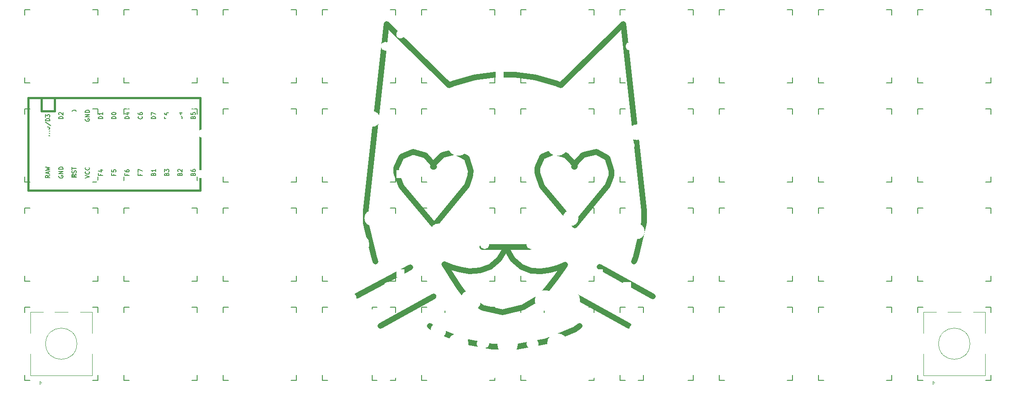
<source format=gto>
G04 #@! TF.GenerationSoftware,KiCad,Pcbnew,(6.0.4-0)*
G04 #@! TF.CreationDate,2022-05-09T20:33:25-05:00*
G04 #@! TF.ProjectId,banime40,62616e69-6d65-4343-902e-6b696361645f,rev?*
G04 #@! TF.SameCoordinates,Original*
G04 #@! TF.FileFunction,Legend,Top*
G04 #@! TF.FilePolarity,Positive*
%FSLAX46Y46*%
G04 Gerber Fmt 4.6, Leading zero omitted, Abs format (unit mm)*
G04 Created by KiCad (PCBNEW (6.0.4-0)) date 2022-05-09 20:33:25*
%MOMM*%
%LPD*%
G01*
G04 APERTURE LIST*
%ADD10C,1.102500*%
%ADD11C,0.150000*%
%ADD12C,0.120000*%
%ADD13C,0.381000*%
%ADD14R,1.600000X1.600000*%
%ADD15C,1.600000*%
%ADD16R,1.752600X1.752600*%
%ADD17C,1.752600*%
%ADD18C,2.000000*%
%ADD19R,2.000000X2.000000*%
%ADD20O,2.000000X3.200000*%
%ADD21C,3.987800*%
%ADD22C,1.701800*%
%ADD23C,3.000000*%
%ADD24C,3.048000*%
%ADD25C,2.200000*%
G04 APERTURE END LIST*
D10*
X132738365Y-100999435D02*
X130750295Y-101101915D01*
X157968710Y-82605010D02*
X157957265Y-82793065D01*
X130169225Y-84741235D02*
X123902930Y-92317720D01*
X110812055Y-89475160D02*
X110812055Y-91919035D01*
X113654615Y-111640660D02*
X123880250Y-105955435D01*
X124125006Y-112290086D02*
X123122466Y-111663446D01*
X125902445Y-99797290D02*
X126380930Y-100555075D01*
X136953905Y-63333310D02*
X135643715Y-63333310D01*
X126380930Y-100555075D02*
X127486055Y-102309625D01*
X133256750Y-108137230D02*
X137096390Y-108968935D01*
X149292665Y-78868060D02*
X150739670Y-80434660D01*
X139921835Y-115616905D02*
X138093155Y-115616905D01*
X152568245Y-78811045D02*
X155069135Y-78184405D01*
X150916280Y-112290086D02*
X145407665Y-114580135D01*
X128756450Y-104229340D02*
X129502685Y-105289000D01*
X157957265Y-82793065D02*
X157319180Y-84581635D01*
X143715696Y-81995485D02*
X143732810Y-81277705D01*
X127355120Y-100389910D02*
X126295460Y-99973900D01*
X149099045Y-99848635D02*
X149099045Y-99848635D01*
X119852556Y-78167395D02*
X122256635Y-78868060D01*
X129719195Y-105522520D02*
X130459760Y-106308655D01*
X149099045Y-99848635D02*
X149099045Y-99848635D01*
X138093155Y-63333310D02*
X136953905Y-63333310D01*
X125902445Y-99797290D02*
X125902445Y-99797290D01*
X151918820Y-111663446D02*
X150916280Y-112290086D01*
X146894465Y-78167395D02*
X149292665Y-78868060D01*
X130750295Y-101101915D02*
X128893265Y-100828495D01*
X161392340Y-111640660D02*
X151161245Y-105955435D01*
X148256000Y-65378500D02*
X147475430Y-65048065D01*
X162337970Y-99256120D02*
X162645620Y-98498545D01*
X147726170Y-100435375D02*
X146250710Y-100868290D01*
X142576445Y-101010775D02*
X140702195Y-100327120D01*
X144479150Y-101124700D02*
X142576445Y-101010775D01*
X145407665Y-114580135D02*
X139921835Y-115616905D01*
X135643715Y-63333310D02*
X131695820Y-63857470D01*
X136401290Y-98863106D02*
X134680865Y-100315780D01*
X148552100Y-100617655D02*
X149099045Y-99848635D01*
X109040495Y-105835840D02*
X119402526Y-100389910D01*
X116691005Y-81277705D02*
X117670760Y-79141480D01*
X144615860Y-84724120D02*
X143715696Y-82263235D01*
X150756680Y-81049855D02*
X151001750Y-80406205D01*
X128893265Y-100828495D02*
X127355120Y-100389910D01*
X137956445Y-97074536D02*
X137722820Y-96436451D01*
X136953905Y-115616905D02*
X135125225Y-115616905D01*
X164235005Y-91730980D02*
X164235005Y-89475160D01*
X158019950Y-81813205D02*
X157968710Y-82605010D01*
X157319180Y-84581635D02*
X157211030Y-84741235D01*
X116673890Y-82263235D02*
X116673890Y-81995485D01*
X143715696Y-82263235D02*
X143715696Y-81995485D01*
X130978040Y-81813205D02*
X130926905Y-82605010D01*
X147270365Y-102395095D02*
X148552100Y-100617655D01*
X149099045Y-99848635D02*
X149099045Y-99848635D01*
X162645620Y-98498545D02*
X164235005Y-91730980D01*
X130277480Y-84581635D02*
X130169225Y-84741235D01*
X137495075Y-97074536D02*
X136401290Y-98863106D01*
X138093155Y-115616905D02*
X136953905Y-115616905D01*
X165938210Y-105955435D02*
X155707115Y-100270315D01*
X144672875Y-105647890D02*
X144929075Y-105408595D01*
X143356805Y-63857470D02*
X139409120Y-63333310D01*
X145795010Y-104343265D02*
X147270365Y-102395095D01*
X117573950Y-84724120D02*
X116673890Y-82263235D01*
X130926905Y-82605010D02*
X130915460Y-82793065D01*
X129502685Y-105289000D02*
X129719195Y-105522520D01*
X122256635Y-78868060D02*
X123703640Y-80434660D01*
X137722820Y-96436451D02*
X137495075Y-97074536D01*
X144712670Y-79141480D02*
X146894465Y-78167395D01*
X116673890Y-81995485D02*
X116691005Y-81277705D01*
X150938960Y-92317720D02*
X144786695Y-84929185D01*
X117670760Y-79141480D02*
X119852556Y-78167395D01*
X150739670Y-80434660D02*
X150938960Y-81049855D01*
X129639500Y-114580135D02*
X124125006Y-112290086D01*
X128027225Y-78184405D02*
X130175000Y-79375000D01*
X157216700Y-79375000D02*
X158019950Y-81813205D01*
X127571525Y-65048065D02*
X126791060Y-65378500D01*
X143732810Y-81277705D02*
X144712670Y-79141480D01*
X146250710Y-100868290D02*
X144479150Y-101124700D01*
X144929075Y-105408595D02*
X145795010Y-104343265D01*
X131695820Y-63857470D02*
X127571525Y-65048065D01*
X125902445Y-99797290D02*
X125902445Y-99797290D01*
X123703640Y-80434660D02*
X123902930Y-81049855D01*
X126295460Y-99973900D02*
X125902445Y-99797290D01*
X149099045Y-99848635D02*
X148728710Y-100025245D01*
X112401545Y-98498545D02*
X112703421Y-99256120D01*
X160253090Y-53671840D02*
X148256000Y-65378500D01*
X148728710Y-100025245D02*
X147726170Y-100435375D01*
X137096390Y-108968935D02*
X140987060Y-108103105D01*
X125526545Y-78811045D02*
X128027225Y-78184405D01*
X123902930Y-92317720D02*
X117744891Y-84929185D01*
X164235005Y-89475160D02*
X160253090Y-53671840D01*
X147475430Y-65048065D02*
X143356805Y-63857470D01*
X135125225Y-115616905D02*
X129639500Y-114580135D01*
X140987060Y-108103105D02*
X143869625Y-106388455D01*
X142274465Y-96436451D02*
X133171280Y-96436451D01*
X110812055Y-91919035D02*
X112401545Y-98498545D01*
X123959840Y-80406205D02*
X125526545Y-78811045D01*
X126791060Y-65378500D02*
X114788406Y-53671840D01*
X114788406Y-53671840D02*
X110812055Y-89475160D01*
X139033115Y-98868776D02*
X137956445Y-97074536D01*
X127486055Y-102309625D02*
X128756450Y-104229340D01*
X139409120Y-63333310D02*
X138093155Y-63333310D01*
X134680865Y-100315780D02*
X132738365Y-100999435D01*
X155069135Y-78184405D02*
X157216700Y-79375000D01*
X130459760Y-106308655D02*
X133256750Y-108137230D01*
X143869625Y-106388455D02*
X144672875Y-105647890D01*
X130915460Y-82793065D02*
X130277480Y-84581635D01*
X151001750Y-80406205D02*
X152568245Y-78811045D01*
X140702195Y-100327120D02*
X139033115Y-98868776D01*
X157211030Y-84741235D02*
X150938960Y-92317720D01*
X123714980Y-81049855D02*
X123959840Y-80406205D01*
X117744891Y-84929185D02*
X117573950Y-84724120D01*
X130175000Y-79375000D02*
X130978040Y-81813205D01*
X144786695Y-84929185D02*
X144615860Y-84724120D01*
D11*
G04 #@! TO.C,U1*
X57050000Y-71898523D02*
X57011904Y-71974714D01*
X57011904Y-72089000D01*
X57050000Y-72203285D01*
X57126190Y-72279476D01*
X57202380Y-72317571D01*
X57354761Y-72355666D01*
X57469047Y-72355666D01*
X57621428Y-72317571D01*
X57697619Y-72279476D01*
X57773809Y-72203285D01*
X57811904Y-72089000D01*
X57811904Y-72012809D01*
X57773809Y-71898523D01*
X57735714Y-71860428D01*
X57469047Y-71860428D01*
X57469047Y-72012809D01*
X57811904Y-71517571D02*
X57011904Y-71517571D01*
X57811904Y-71060428D01*
X57011904Y-71060428D01*
X57811904Y-70679476D02*
X57011904Y-70679476D01*
X57011904Y-70489000D01*
X57050000Y-70374714D01*
X57126190Y-70298523D01*
X57202380Y-70260428D01*
X57354761Y-70222333D01*
X57469047Y-70222333D01*
X57621428Y-70260428D01*
X57697619Y-70298523D01*
X57773809Y-70374714D01*
X57811904Y-70489000D01*
X57811904Y-70679476D01*
X52731904Y-71879476D02*
X51931904Y-71879476D01*
X51931904Y-71689000D01*
X51970000Y-71574714D01*
X52046190Y-71498523D01*
X52122380Y-71460428D01*
X52274761Y-71422333D01*
X52389047Y-71422333D01*
X52541428Y-71460428D01*
X52617619Y-71498523D01*
X52693809Y-71574714D01*
X52731904Y-71689000D01*
X52731904Y-71879476D01*
X52008095Y-71117571D02*
X51970000Y-71079476D01*
X51931904Y-71003285D01*
X51931904Y-70812809D01*
X51970000Y-70736619D01*
X52008095Y-70698523D01*
X52084285Y-70660428D01*
X52160476Y-70660428D01*
X52274761Y-70698523D01*
X52731904Y-71155666D01*
X52731904Y-70660428D01*
X55213809Y-82323333D02*
X55251904Y-82209047D01*
X55251904Y-82018571D01*
X55213809Y-81942380D01*
X55175714Y-81904285D01*
X55099523Y-81866190D01*
X55023333Y-81866190D01*
X54947142Y-81904285D01*
X54909047Y-81942380D01*
X54870952Y-82018571D01*
X54832857Y-82170952D01*
X54794761Y-82247142D01*
X54756666Y-82285238D01*
X54680476Y-82323333D01*
X54604285Y-82323333D01*
X54528095Y-82285238D01*
X54490000Y-82247142D01*
X54451904Y-82170952D01*
X54451904Y-81980476D01*
X54490000Y-81866190D01*
X54451904Y-81637619D02*
X54451904Y-81180476D01*
X55251904Y-81409047D02*
X54451904Y-81409047D01*
X59932857Y-82477666D02*
X59932857Y-82744333D01*
X60351904Y-82744333D02*
X59551904Y-82744333D01*
X59551904Y-82363380D01*
X59818571Y-81715761D02*
X60351904Y-81715761D01*
X59513809Y-81906238D02*
X60085238Y-82096714D01*
X60085238Y-81601476D01*
X49391904Y-75368604D02*
X49391904Y-74911461D01*
X50191904Y-75140032D02*
X49391904Y-75140032D01*
X49391904Y-74720985D02*
X50191904Y-74187651D01*
X49391904Y-74187651D02*
X50191904Y-74720985D01*
X49391904Y-73730508D02*
X49391904Y-73654318D01*
X49430000Y-73578128D01*
X49468095Y-73540032D01*
X49544285Y-73501937D01*
X49696666Y-73463842D01*
X49887142Y-73463842D01*
X50039523Y-73501937D01*
X50115714Y-73540032D01*
X50153809Y-73578128D01*
X50191904Y-73654318D01*
X50191904Y-73730508D01*
X50153809Y-73806699D01*
X50115714Y-73844794D01*
X50039523Y-73882889D01*
X49887142Y-73920985D01*
X49696666Y-73920985D01*
X49544285Y-73882889D01*
X49468095Y-73844794D01*
X49430000Y-73806699D01*
X49391904Y-73730508D01*
X49353809Y-72549556D02*
X50382380Y-73235270D01*
X50191904Y-72282889D02*
X49391904Y-72282889D01*
X49391904Y-72092413D01*
X49430000Y-71978128D01*
X49506190Y-71901937D01*
X49582380Y-71863842D01*
X49734761Y-71825747D01*
X49849047Y-71825747D01*
X50001428Y-71863842D01*
X50077619Y-71901937D01*
X50153809Y-71978128D01*
X50191904Y-72092413D01*
X50191904Y-72282889D01*
X49391904Y-71559080D02*
X49391904Y-71063842D01*
X49696666Y-71330508D01*
X49696666Y-71216223D01*
X49734761Y-71140032D01*
X49772857Y-71101937D01*
X49849047Y-71063842D01*
X50039523Y-71063842D01*
X50115714Y-71101937D01*
X50153809Y-71140032D01*
X50191904Y-71216223D01*
X50191904Y-71444794D01*
X50153809Y-71520985D01*
X50115714Y-71559080D01*
X72632857Y-82534809D02*
X72670952Y-82420523D01*
X72709047Y-82382428D01*
X72785238Y-82344333D01*
X72899523Y-82344333D01*
X72975714Y-82382428D01*
X73013809Y-82420523D01*
X73051904Y-82496714D01*
X73051904Y-82801476D01*
X72251904Y-82801476D01*
X72251904Y-82534809D01*
X72290000Y-82458619D01*
X72328095Y-82420523D01*
X72404285Y-82382428D01*
X72480476Y-82382428D01*
X72556666Y-82420523D01*
X72594761Y-82458619D01*
X72632857Y-82534809D01*
X72632857Y-82801476D01*
X72251904Y-82077666D02*
X72251904Y-81582428D01*
X72556666Y-81849095D01*
X72556666Y-81734809D01*
X72594761Y-81658619D01*
X72632857Y-81620523D01*
X72709047Y-81582428D01*
X72899523Y-81582428D01*
X72975714Y-81620523D01*
X73013809Y-81658619D01*
X73051904Y-81734809D01*
X73051904Y-81963380D01*
X73013809Y-82039571D01*
X72975714Y-82077666D01*
X67895714Y-71422333D02*
X67933809Y-71460428D01*
X67971904Y-71574714D01*
X67971904Y-71650904D01*
X67933809Y-71765190D01*
X67857619Y-71841380D01*
X67781428Y-71879476D01*
X67629047Y-71917571D01*
X67514761Y-71917571D01*
X67362380Y-71879476D01*
X67286190Y-71841380D01*
X67210000Y-71765190D01*
X67171904Y-71650904D01*
X67171904Y-71574714D01*
X67210000Y-71460428D01*
X67248095Y-71422333D01*
X67171904Y-70736619D02*
X67171904Y-70889000D01*
X67210000Y-70965190D01*
X67248095Y-71003285D01*
X67362380Y-71079476D01*
X67514761Y-71117571D01*
X67819523Y-71117571D01*
X67895714Y-71079476D01*
X67933809Y-71041380D01*
X67971904Y-70965190D01*
X67971904Y-70812809D01*
X67933809Y-70736619D01*
X67895714Y-70698523D01*
X67819523Y-70660428D01*
X67629047Y-70660428D01*
X67552857Y-70698523D01*
X67514761Y-70736619D01*
X67476666Y-70812809D01*
X67476666Y-70965190D01*
X67514761Y-71041380D01*
X67552857Y-71079476D01*
X67629047Y-71117571D01*
X50191904Y-82763380D02*
X49810952Y-83030047D01*
X50191904Y-83220523D02*
X49391904Y-83220523D01*
X49391904Y-82915761D01*
X49430000Y-82839571D01*
X49468095Y-82801476D01*
X49544285Y-82763380D01*
X49658571Y-82763380D01*
X49734761Y-82801476D01*
X49772857Y-82839571D01*
X49810952Y-82915761D01*
X49810952Y-83220523D01*
X49963333Y-82458619D02*
X49963333Y-82077666D01*
X50191904Y-82534809D02*
X49391904Y-82268142D01*
X50191904Y-82001476D01*
X49391904Y-81811000D02*
X50191904Y-81620523D01*
X49620476Y-81468142D01*
X50191904Y-81315761D01*
X49391904Y-81125285D01*
X72632857Y-71841380D02*
X72632857Y-71574714D01*
X73051904Y-71460428D02*
X73051904Y-71841380D01*
X72251904Y-71841380D01*
X72251904Y-71460428D01*
X72251904Y-70774714D02*
X72251904Y-70927095D01*
X72290000Y-71003285D01*
X72328095Y-71041380D01*
X72442380Y-71117571D01*
X72594761Y-71155666D01*
X72899523Y-71155666D01*
X72975714Y-71117571D01*
X73013809Y-71079476D01*
X73051904Y-71003285D01*
X73051904Y-70850904D01*
X73013809Y-70774714D01*
X72975714Y-70736619D01*
X72899523Y-70698523D01*
X72709047Y-70698523D01*
X72632857Y-70736619D01*
X72594761Y-70774714D01*
X72556666Y-70850904D01*
X72556666Y-71003285D01*
X72594761Y-71079476D01*
X72632857Y-71117571D01*
X72709047Y-71155666D01*
X54510000Y-71898523D02*
X54471904Y-71974714D01*
X54471904Y-72089000D01*
X54510000Y-72203285D01*
X54586190Y-72279476D01*
X54662380Y-72317571D01*
X54814761Y-72355666D01*
X54929047Y-72355666D01*
X55081428Y-72317571D01*
X55157619Y-72279476D01*
X55233809Y-72203285D01*
X55271904Y-72089000D01*
X55271904Y-72012809D01*
X55233809Y-71898523D01*
X55195714Y-71860428D01*
X54929047Y-71860428D01*
X54929047Y-72012809D01*
X55271904Y-71517571D02*
X54471904Y-71517571D01*
X55271904Y-71060428D01*
X54471904Y-71060428D01*
X55271904Y-70679476D02*
X54471904Y-70679476D01*
X54471904Y-70489000D01*
X54510000Y-70374714D01*
X54586190Y-70298523D01*
X54662380Y-70260428D01*
X54814761Y-70222333D01*
X54929047Y-70222333D01*
X55081428Y-70260428D01*
X55157619Y-70298523D01*
X55233809Y-70374714D01*
X55271904Y-70489000D01*
X55271904Y-70679476D01*
X62472857Y-82477666D02*
X62472857Y-82744333D01*
X62891904Y-82744333D02*
X62091904Y-82744333D01*
X62091904Y-82363380D01*
X62091904Y-81677666D02*
X62091904Y-82058619D01*
X62472857Y-82096714D01*
X62434761Y-82058619D01*
X62396666Y-81982428D01*
X62396666Y-81791952D01*
X62434761Y-81715761D01*
X62472857Y-81677666D01*
X62549047Y-81639571D01*
X62739523Y-81639571D01*
X62815714Y-81677666D01*
X62853809Y-81715761D01*
X62891904Y-81791952D01*
X62891904Y-81982428D01*
X62853809Y-82058619D01*
X62815714Y-82096714D01*
X70092857Y-82534809D02*
X70130952Y-82420523D01*
X70169047Y-82382428D01*
X70245238Y-82344333D01*
X70359523Y-82344333D01*
X70435714Y-82382428D01*
X70473809Y-82420523D01*
X70511904Y-82496714D01*
X70511904Y-82801476D01*
X69711904Y-82801476D01*
X69711904Y-82534809D01*
X69750000Y-82458619D01*
X69788095Y-82420523D01*
X69864285Y-82382428D01*
X69940476Y-82382428D01*
X70016666Y-82420523D01*
X70054761Y-82458619D01*
X70092857Y-82534809D01*
X70092857Y-82801476D01*
X70511904Y-81582428D02*
X70511904Y-82039571D01*
X70511904Y-81811000D02*
X69711904Y-81811000D01*
X69826190Y-81887190D01*
X69902380Y-81963380D01*
X69940476Y-82039571D01*
X65012857Y-82477666D02*
X65012857Y-82744333D01*
X65431904Y-82744333D02*
X64631904Y-82744333D01*
X64631904Y-82363380D01*
X64631904Y-81715761D02*
X64631904Y-81868142D01*
X64670000Y-81944333D01*
X64708095Y-81982428D01*
X64822380Y-82058619D01*
X64974761Y-82096714D01*
X65279523Y-82096714D01*
X65355714Y-82058619D01*
X65393809Y-82020523D01*
X65431904Y-81944333D01*
X65431904Y-81791952D01*
X65393809Y-81715761D01*
X65355714Y-81677666D01*
X65279523Y-81639571D01*
X65089047Y-81639571D01*
X65012857Y-81677666D01*
X64974761Y-81715761D01*
X64936666Y-81791952D01*
X64936666Y-81944333D01*
X64974761Y-82020523D01*
X65012857Y-82058619D01*
X65089047Y-82096714D01*
X77712857Y-71612809D02*
X77750952Y-71498523D01*
X77789047Y-71460428D01*
X77865238Y-71422333D01*
X77979523Y-71422333D01*
X78055714Y-71460428D01*
X78093809Y-71498523D01*
X78131904Y-71574714D01*
X78131904Y-71879476D01*
X77331904Y-71879476D01*
X77331904Y-71612809D01*
X77370000Y-71536619D01*
X77408095Y-71498523D01*
X77484285Y-71460428D01*
X77560476Y-71460428D01*
X77636666Y-71498523D01*
X77674761Y-71536619D01*
X77712857Y-71612809D01*
X77712857Y-71879476D01*
X77331904Y-70698523D02*
X77331904Y-71079476D01*
X77712857Y-71117571D01*
X77674761Y-71079476D01*
X77636666Y-71003285D01*
X77636666Y-70812809D01*
X77674761Y-70736619D01*
X77712857Y-70698523D01*
X77789047Y-70660428D01*
X77979523Y-70660428D01*
X78055714Y-70698523D01*
X78093809Y-70736619D01*
X78131904Y-70812809D01*
X78131904Y-71003285D01*
X78093809Y-71079476D01*
X78055714Y-71117571D01*
X75172857Y-71612809D02*
X75210952Y-71498523D01*
X75249047Y-71460428D01*
X75325238Y-71422333D01*
X75439523Y-71422333D01*
X75515714Y-71460428D01*
X75553809Y-71498523D01*
X75591904Y-71574714D01*
X75591904Y-71879476D01*
X74791904Y-71879476D01*
X74791904Y-71612809D01*
X74830000Y-71536619D01*
X74868095Y-71498523D01*
X74944285Y-71460428D01*
X75020476Y-71460428D01*
X75096666Y-71498523D01*
X75134761Y-71536619D01*
X75172857Y-71612809D01*
X75172857Y-71879476D01*
X75058571Y-70736619D02*
X75591904Y-70736619D01*
X74753809Y-70927095D02*
X75325238Y-71117571D01*
X75325238Y-70622333D01*
X65431904Y-71879476D02*
X64631904Y-71879476D01*
X64631904Y-71689000D01*
X64670000Y-71574714D01*
X64746190Y-71498523D01*
X64822380Y-71460428D01*
X64974761Y-71422333D01*
X65089047Y-71422333D01*
X65241428Y-71460428D01*
X65317619Y-71498523D01*
X65393809Y-71574714D01*
X65431904Y-71689000D01*
X65431904Y-71879476D01*
X64898571Y-70736619D02*
X65431904Y-70736619D01*
X64593809Y-70927095D02*
X65165238Y-71117571D01*
X65165238Y-70622333D01*
X67552857Y-82477666D02*
X67552857Y-82744333D01*
X67971904Y-82744333D02*
X67171904Y-82744333D01*
X67171904Y-82363380D01*
X67171904Y-82134809D02*
X67171904Y-81601476D01*
X67971904Y-81944333D01*
X57011904Y-83277666D02*
X57811904Y-83011000D01*
X57011904Y-82744333D01*
X57735714Y-82020523D02*
X57773809Y-82058619D01*
X57811904Y-82172904D01*
X57811904Y-82249095D01*
X57773809Y-82363380D01*
X57697619Y-82439571D01*
X57621428Y-82477666D01*
X57469047Y-82515761D01*
X57354761Y-82515761D01*
X57202380Y-82477666D01*
X57126190Y-82439571D01*
X57050000Y-82363380D01*
X57011904Y-82249095D01*
X57011904Y-82172904D01*
X57050000Y-82058619D01*
X57088095Y-82020523D01*
X57735714Y-81220523D02*
X57773809Y-81258619D01*
X57811904Y-81372904D01*
X57811904Y-81449095D01*
X57773809Y-81563380D01*
X57697619Y-81639571D01*
X57621428Y-81677666D01*
X57469047Y-81715761D01*
X57354761Y-81715761D01*
X57202380Y-81677666D01*
X57126190Y-81639571D01*
X57050000Y-81563380D01*
X57011904Y-81449095D01*
X57011904Y-81372904D01*
X57050000Y-81258619D01*
X57088095Y-81220523D01*
X70511904Y-71879476D02*
X69711904Y-71879476D01*
X69711904Y-71689000D01*
X69750000Y-71574714D01*
X69826190Y-71498523D01*
X69902380Y-71460428D01*
X70054761Y-71422333D01*
X70169047Y-71422333D01*
X70321428Y-71460428D01*
X70397619Y-71498523D01*
X70473809Y-71574714D01*
X70511904Y-71689000D01*
X70511904Y-71879476D01*
X69711904Y-71155666D02*
X69711904Y-70622333D01*
X70511904Y-70965190D01*
X75172857Y-82534809D02*
X75210952Y-82420523D01*
X75249047Y-82382428D01*
X75325238Y-82344333D01*
X75439523Y-82344333D01*
X75515714Y-82382428D01*
X75553809Y-82420523D01*
X75591904Y-82496714D01*
X75591904Y-82801476D01*
X74791904Y-82801476D01*
X74791904Y-82534809D01*
X74830000Y-82458619D01*
X74868095Y-82420523D01*
X74944285Y-82382428D01*
X75020476Y-82382428D01*
X75096666Y-82420523D01*
X75134761Y-82458619D01*
X75172857Y-82534809D01*
X75172857Y-82801476D01*
X74868095Y-82039571D02*
X74830000Y-82001476D01*
X74791904Y-81925285D01*
X74791904Y-81734809D01*
X74830000Y-81658619D01*
X74868095Y-81620523D01*
X74944285Y-81582428D01*
X75020476Y-81582428D01*
X75134761Y-81620523D01*
X75591904Y-82077666D01*
X75591904Y-81582428D01*
X77712857Y-82534809D02*
X77750952Y-82420523D01*
X77789047Y-82382428D01*
X77865238Y-82344333D01*
X77979523Y-82344333D01*
X78055714Y-82382428D01*
X78093809Y-82420523D01*
X78131904Y-82496714D01*
X78131904Y-82801476D01*
X77331904Y-82801476D01*
X77331904Y-82534809D01*
X77370000Y-82458619D01*
X77408095Y-82420523D01*
X77484285Y-82382428D01*
X77560476Y-82382428D01*
X77636666Y-82420523D01*
X77674761Y-82458619D01*
X77712857Y-82534809D01*
X77712857Y-82801476D01*
X77331904Y-81658619D02*
X77331904Y-81811000D01*
X77370000Y-81887190D01*
X77408095Y-81925285D01*
X77522380Y-82001476D01*
X77674761Y-82039571D01*
X77979523Y-82039571D01*
X78055714Y-82001476D01*
X78093809Y-81963380D01*
X78131904Y-81887190D01*
X78131904Y-81734809D01*
X78093809Y-81658619D01*
X78055714Y-81620523D01*
X77979523Y-81582428D01*
X77789047Y-81582428D01*
X77712857Y-81620523D01*
X77674761Y-81658619D01*
X77636666Y-81734809D01*
X77636666Y-81887190D01*
X77674761Y-81963380D01*
X77712857Y-82001476D01*
X77789047Y-82039571D01*
X60351904Y-71879476D02*
X59551904Y-71879476D01*
X59551904Y-71689000D01*
X59590000Y-71574714D01*
X59666190Y-71498523D01*
X59742380Y-71460428D01*
X59894761Y-71422333D01*
X60009047Y-71422333D01*
X60161428Y-71460428D01*
X60237619Y-71498523D01*
X60313809Y-71574714D01*
X60351904Y-71689000D01*
X60351904Y-71879476D01*
X60351904Y-70660428D02*
X60351904Y-71117571D01*
X60351904Y-70889000D02*
X59551904Y-70889000D01*
X59666190Y-70965190D01*
X59742380Y-71041380D01*
X59780476Y-71117571D01*
X62891904Y-71879476D02*
X62091904Y-71879476D01*
X62091904Y-71689000D01*
X62130000Y-71574714D01*
X62206190Y-71498523D01*
X62282380Y-71460428D01*
X62434761Y-71422333D01*
X62549047Y-71422333D01*
X62701428Y-71460428D01*
X62777619Y-71498523D01*
X62853809Y-71574714D01*
X62891904Y-71689000D01*
X62891904Y-71879476D01*
X62091904Y-70927095D02*
X62091904Y-70850904D01*
X62130000Y-70774714D01*
X62168095Y-70736619D01*
X62244285Y-70698523D01*
X62396666Y-70660428D01*
X62587142Y-70660428D01*
X62739523Y-70698523D01*
X62815714Y-70736619D01*
X62853809Y-70774714D01*
X62891904Y-70850904D01*
X62891904Y-70927095D01*
X62853809Y-71003285D01*
X62815714Y-71041380D01*
X62739523Y-71079476D01*
X62587142Y-71117571D01*
X62396666Y-71117571D01*
X62244285Y-71079476D01*
X62168095Y-71041380D01*
X62130000Y-71003285D01*
X62091904Y-70927095D01*
X51970000Y-82820523D02*
X51931904Y-82896714D01*
X51931904Y-83011000D01*
X51970000Y-83125285D01*
X52046190Y-83201476D01*
X52122380Y-83239571D01*
X52274761Y-83277666D01*
X52389047Y-83277666D01*
X52541428Y-83239571D01*
X52617619Y-83201476D01*
X52693809Y-83125285D01*
X52731904Y-83011000D01*
X52731904Y-82934809D01*
X52693809Y-82820523D01*
X52655714Y-82782428D01*
X52389047Y-82782428D01*
X52389047Y-82934809D01*
X52731904Y-82439571D02*
X51931904Y-82439571D01*
X52731904Y-81982428D01*
X51931904Y-81982428D01*
X52731904Y-81601476D02*
X51931904Y-81601476D01*
X51931904Y-81411000D01*
X51970000Y-81296714D01*
X52046190Y-81220523D01*
X52122380Y-81182428D01*
X52274761Y-81144333D01*
X52389047Y-81144333D01*
X52541428Y-81182428D01*
X52617619Y-81220523D01*
X52693809Y-81296714D01*
X52731904Y-81411000D01*
X52731904Y-81601476D01*
D12*
G04 #@! TO.C,SW47*
X55387500Y-115093750D02*
G75*
G03*
X55387500Y-115093750I-3000000J0D01*
G01*
X46487500Y-113093750D02*
X46487500Y-108993750D01*
X58287500Y-108993750D02*
X58287500Y-113093750D01*
X46487500Y-117093750D02*
X46487500Y-121193750D01*
X46487500Y-121193750D02*
X58287500Y-121193750D01*
X55887500Y-108993750D02*
X58287500Y-108993750D01*
X46487500Y-108993750D02*
X48887500Y-108993750D01*
X51087500Y-108993750D02*
X53687500Y-108993750D01*
X51887500Y-115093750D02*
X52887500Y-115093750D01*
X58287500Y-117093750D02*
X58287500Y-121193750D01*
X52387500Y-115593750D02*
X52387500Y-114593750D01*
X48287500Y-122293750D02*
X48587500Y-122593750D01*
X48587500Y-122593750D02*
X48287500Y-122893750D01*
X48287500Y-122893750D02*
X48287500Y-122293750D01*
G04 #@! TO.C,SW46*
X226837500Y-115093750D02*
G75*
G03*
X226837500Y-115093750I-3000000J0D01*
G01*
X217937500Y-113093750D02*
X217937500Y-108993750D01*
X229737500Y-108993750D02*
X229737500Y-113093750D01*
X217937500Y-117093750D02*
X217937500Y-121193750D01*
X217937500Y-121193750D02*
X229737500Y-121193750D01*
X227337500Y-108993750D02*
X229737500Y-108993750D01*
X217937500Y-108993750D02*
X220337500Y-108993750D01*
X222537500Y-108993750D02*
X225137500Y-108993750D01*
X223337500Y-115093750D02*
X224337500Y-115093750D01*
X229737500Y-117093750D02*
X229737500Y-121193750D01*
X223837500Y-115593750D02*
X223837500Y-114593750D01*
X219737500Y-122293750D02*
X220037500Y-122593750D01*
X220037500Y-122593750D02*
X219737500Y-122893750D01*
X219737500Y-122893750D02*
X219737500Y-122293750D01*
D11*
G04 #@! TO.C,SW1*
X230837500Y-63943750D02*
X230837500Y-64943750D01*
X216837500Y-64943750D02*
X216837500Y-63943750D01*
X230837500Y-50943750D02*
X229837500Y-50943750D01*
X217837500Y-50943750D02*
X216837500Y-50943750D01*
X229837500Y-64943750D02*
X230837500Y-64943750D01*
X230837500Y-50943750D02*
X230837500Y-51943750D01*
X216837500Y-64943750D02*
X217837500Y-64943750D01*
X216837500Y-51943750D02*
X216837500Y-50943750D01*
G04 #@! TO.C,SW2*
X211787500Y-63943750D02*
X211787500Y-64943750D01*
X197787500Y-51943750D02*
X197787500Y-50943750D01*
X210787500Y-64943750D02*
X211787500Y-64943750D01*
X198787500Y-50943750D02*
X197787500Y-50943750D01*
X211787500Y-50943750D02*
X211787500Y-51943750D01*
X211787500Y-50943750D02*
X210787500Y-50943750D01*
X197787500Y-64943750D02*
X197787500Y-63943750D01*
X197787500Y-64943750D02*
X198787500Y-64943750D01*
G04 #@! TO.C,SW3*
X178737500Y-64943750D02*
X179737500Y-64943750D01*
X192737500Y-50943750D02*
X191737500Y-50943750D01*
X191737500Y-64943750D02*
X192737500Y-64943750D01*
X179737500Y-50943750D02*
X178737500Y-50943750D01*
X192737500Y-50943750D02*
X192737500Y-51943750D01*
X178737500Y-64943750D02*
X178737500Y-63943750D01*
X192737500Y-63943750D02*
X192737500Y-64943750D01*
X178737500Y-51943750D02*
X178737500Y-50943750D01*
G04 #@! TO.C,SW4*
X172687500Y-64943750D02*
X173687500Y-64943750D01*
X159687500Y-64943750D02*
X160687500Y-64943750D01*
X173687500Y-50943750D02*
X173687500Y-51943750D01*
X159687500Y-64943750D02*
X159687500Y-63943750D01*
X160687500Y-50943750D02*
X159687500Y-50943750D01*
X159687500Y-51943750D02*
X159687500Y-50943750D01*
X173687500Y-63943750D02*
X173687500Y-64943750D01*
X173687500Y-50943750D02*
X172687500Y-50943750D01*
G04 #@! TO.C,SW5*
X140637500Y-64943750D02*
X141637500Y-64943750D01*
X140637500Y-51943750D02*
X140637500Y-50943750D01*
X154637500Y-63943750D02*
X154637500Y-64943750D01*
X154637500Y-50943750D02*
X153637500Y-50943750D01*
X141637500Y-50943750D02*
X140637500Y-50943750D01*
X153637500Y-64943750D02*
X154637500Y-64943750D01*
X154637500Y-50943750D02*
X154637500Y-51943750D01*
X140637500Y-64943750D02*
X140637500Y-63943750D01*
G04 #@! TO.C,SW6*
X121587500Y-64943750D02*
X121587500Y-63943750D01*
X135587500Y-50943750D02*
X134587500Y-50943750D01*
X135587500Y-50943750D02*
X135587500Y-51943750D01*
X135587500Y-63943750D02*
X135587500Y-64943750D01*
X122587500Y-50943750D02*
X121587500Y-50943750D01*
X121587500Y-64943750D02*
X122587500Y-64943750D01*
X121587500Y-51943750D02*
X121587500Y-50943750D01*
X134587500Y-64943750D02*
X135587500Y-64943750D01*
G04 #@! TO.C,SW7*
X102537500Y-64943750D02*
X103537500Y-64943750D01*
X116537500Y-63943750D02*
X116537500Y-64943750D01*
X116537500Y-50943750D02*
X116537500Y-51943750D01*
X103537500Y-50943750D02*
X102537500Y-50943750D01*
X115537500Y-64943750D02*
X116537500Y-64943750D01*
X102537500Y-64943750D02*
X102537500Y-63943750D01*
X116537500Y-50943750D02*
X115537500Y-50943750D01*
X102537500Y-51943750D02*
X102537500Y-50943750D01*
G04 #@! TO.C,SW8*
X83487500Y-51943750D02*
X83487500Y-50943750D01*
X96487500Y-64943750D02*
X97487500Y-64943750D01*
X97487500Y-50943750D02*
X97487500Y-51943750D01*
X97487500Y-63943750D02*
X97487500Y-64943750D01*
X97487500Y-50943750D02*
X96487500Y-50943750D01*
X84487500Y-50943750D02*
X83487500Y-50943750D01*
X83487500Y-64943750D02*
X84487500Y-64943750D01*
X83487500Y-64943750D02*
X83487500Y-63943750D01*
G04 #@! TO.C,SW9*
X64437500Y-51943750D02*
X64437500Y-50943750D01*
X78437500Y-63943750D02*
X78437500Y-64943750D01*
X64437500Y-64943750D02*
X65437500Y-64943750D01*
X77437500Y-64943750D02*
X78437500Y-64943750D01*
X78437500Y-50943750D02*
X77437500Y-50943750D01*
X64437500Y-64943750D02*
X64437500Y-63943750D01*
X78437500Y-50943750D02*
X78437500Y-51943750D01*
X65437500Y-50943750D02*
X64437500Y-50943750D01*
G04 #@! TO.C,SW10*
X58387500Y-64943750D02*
X59387500Y-64943750D01*
X59387500Y-63943750D02*
X59387500Y-64943750D01*
X59387500Y-50943750D02*
X59387500Y-51943750D01*
X45387500Y-51943750D02*
X45387500Y-50943750D01*
X45387500Y-64943750D02*
X46387500Y-64943750D01*
X45387500Y-64943750D02*
X45387500Y-63943750D01*
X46387500Y-50943750D02*
X45387500Y-50943750D01*
X59387500Y-50943750D02*
X58387500Y-50943750D01*
G04 #@! TO.C,SW11*
X217837500Y-69993750D02*
X216837500Y-69993750D01*
X216837500Y-83993750D02*
X216837500Y-82993750D01*
X216837500Y-70993750D02*
X216837500Y-69993750D01*
X216837500Y-83993750D02*
X217837500Y-83993750D01*
X230837500Y-82993750D02*
X230837500Y-83993750D01*
X229837500Y-83993750D02*
X230837500Y-83993750D01*
X230837500Y-69993750D02*
X229837500Y-69993750D01*
X230837500Y-69993750D02*
X230837500Y-70993750D01*
G04 #@! TO.C,SW12*
X211787500Y-82993750D02*
X211787500Y-83993750D01*
X197787500Y-70993750D02*
X197787500Y-69993750D01*
X211787500Y-69993750D02*
X211787500Y-70993750D01*
X197787500Y-83993750D02*
X197787500Y-82993750D01*
X197787500Y-83993750D02*
X198787500Y-83993750D01*
X211787500Y-69993750D02*
X210787500Y-69993750D01*
X198787500Y-69993750D02*
X197787500Y-69993750D01*
X210787500Y-83993750D02*
X211787500Y-83993750D01*
G04 #@! TO.C,SW13*
X178737500Y-83993750D02*
X179737500Y-83993750D01*
X192737500Y-69993750D02*
X191737500Y-69993750D01*
X178737500Y-83993750D02*
X178737500Y-82993750D01*
X191737500Y-83993750D02*
X192737500Y-83993750D01*
X179737500Y-69993750D02*
X178737500Y-69993750D01*
X192737500Y-69993750D02*
X192737500Y-70993750D01*
X192737500Y-82993750D02*
X192737500Y-83993750D01*
X178737500Y-70993750D02*
X178737500Y-69993750D01*
G04 #@! TO.C,SW14*
X172687500Y-83993750D02*
X173687500Y-83993750D01*
X159687500Y-70993750D02*
X159687500Y-69993750D01*
X173687500Y-69993750D02*
X172687500Y-69993750D01*
X160687500Y-69993750D02*
X159687500Y-69993750D01*
X173687500Y-69993750D02*
X173687500Y-70993750D01*
X173687500Y-82993750D02*
X173687500Y-83993750D01*
X159687500Y-83993750D02*
X159687500Y-82993750D01*
X159687500Y-83993750D02*
X160687500Y-83993750D01*
G04 #@! TO.C,SW15*
X141637500Y-69993750D02*
X140637500Y-69993750D01*
X153637500Y-83993750D02*
X154637500Y-83993750D01*
X140637500Y-70993750D02*
X140637500Y-69993750D01*
X140637500Y-83993750D02*
X141637500Y-83993750D01*
X154637500Y-69993750D02*
X154637500Y-70993750D01*
X140637500Y-83993750D02*
X140637500Y-82993750D01*
X154637500Y-82993750D02*
X154637500Y-83993750D01*
X154637500Y-69993750D02*
X153637500Y-69993750D01*
G04 #@! TO.C,SW16*
X121587500Y-70993750D02*
X121587500Y-69993750D01*
X134587500Y-83993750D02*
X135587500Y-83993750D01*
X122587500Y-69993750D02*
X121587500Y-69993750D01*
X121587500Y-83993750D02*
X121587500Y-82993750D01*
X135587500Y-69993750D02*
X134587500Y-69993750D01*
X135587500Y-69993750D02*
X135587500Y-70993750D01*
X135587500Y-82993750D02*
X135587500Y-83993750D01*
X121587500Y-83993750D02*
X122587500Y-83993750D01*
G04 #@! TO.C,SW17*
X102537500Y-70993750D02*
X102537500Y-69993750D01*
X102537500Y-83993750D02*
X103537500Y-83993750D01*
X103537500Y-69993750D02*
X102537500Y-69993750D01*
X116537500Y-69993750D02*
X116537500Y-70993750D01*
X116537500Y-82993750D02*
X116537500Y-83993750D01*
X116537500Y-69993750D02*
X115537500Y-69993750D01*
X115537500Y-83993750D02*
X116537500Y-83993750D01*
X102537500Y-83993750D02*
X102537500Y-82993750D01*
G04 #@! TO.C,SW18*
X96487500Y-83993750D02*
X97487500Y-83993750D01*
X83487500Y-70993750D02*
X83487500Y-69993750D01*
X83487500Y-83993750D02*
X83487500Y-82993750D01*
X83487500Y-83993750D02*
X84487500Y-83993750D01*
X97487500Y-82993750D02*
X97487500Y-83993750D01*
X97487500Y-69993750D02*
X96487500Y-69993750D01*
X97487500Y-69993750D02*
X97487500Y-70993750D01*
X84487500Y-69993750D02*
X83487500Y-69993750D01*
G04 #@! TO.C,SW19*
X65437500Y-69993750D02*
X64437500Y-69993750D01*
X78437500Y-82993750D02*
X78437500Y-83993750D01*
X64437500Y-70993750D02*
X64437500Y-69993750D01*
X77437500Y-83993750D02*
X78437500Y-83993750D01*
X78437500Y-69993750D02*
X78437500Y-70993750D01*
X64437500Y-83993750D02*
X64437500Y-82993750D01*
X78437500Y-69993750D02*
X77437500Y-69993750D01*
X64437500Y-83993750D02*
X65437500Y-83993750D01*
G04 #@! TO.C,SW20*
X45387500Y-83993750D02*
X45387500Y-82993750D01*
X59387500Y-69993750D02*
X59387500Y-70993750D01*
X59387500Y-82993750D02*
X59387500Y-83993750D01*
X45387500Y-70993750D02*
X45387500Y-69993750D01*
X45387500Y-83993750D02*
X46387500Y-83993750D01*
X59387500Y-69993750D02*
X58387500Y-69993750D01*
X58387500Y-83993750D02*
X59387500Y-83993750D01*
X46387500Y-69993750D02*
X45387500Y-69993750D01*
G04 #@! TO.C,SW21*
X230837500Y-102043750D02*
X230837500Y-103043750D01*
X230837500Y-89043750D02*
X229837500Y-89043750D01*
X217837500Y-89043750D02*
X216837500Y-89043750D01*
X216837500Y-103043750D02*
X216837500Y-102043750D01*
X216837500Y-90043750D02*
X216837500Y-89043750D01*
X229837500Y-103043750D02*
X230837500Y-103043750D01*
X216837500Y-103043750D02*
X217837500Y-103043750D01*
X230837500Y-89043750D02*
X230837500Y-90043750D01*
G04 #@! TO.C,SW22*
X198787500Y-89043750D02*
X197787500Y-89043750D01*
X197787500Y-90043750D02*
X197787500Y-89043750D01*
X211787500Y-102043750D02*
X211787500Y-103043750D01*
X210787500Y-103043750D02*
X211787500Y-103043750D01*
X197787500Y-103043750D02*
X197787500Y-102043750D01*
X197787500Y-103043750D02*
X198787500Y-103043750D01*
X211787500Y-89043750D02*
X210787500Y-89043750D01*
X211787500Y-89043750D02*
X211787500Y-90043750D01*
G04 #@! TO.C,SW23*
X191737500Y-103043750D02*
X192737500Y-103043750D01*
X178737500Y-103043750D02*
X178737500Y-102043750D01*
X178737500Y-90043750D02*
X178737500Y-89043750D01*
X179737500Y-89043750D02*
X178737500Y-89043750D01*
X178737500Y-103043750D02*
X179737500Y-103043750D01*
X192737500Y-89043750D02*
X192737500Y-90043750D01*
X192737500Y-89043750D02*
X191737500Y-89043750D01*
X192737500Y-102043750D02*
X192737500Y-103043750D01*
G04 #@! TO.C,SW24*
X173687500Y-102043750D02*
X173687500Y-103043750D01*
X173687500Y-89043750D02*
X173687500Y-90043750D01*
X172687500Y-103043750D02*
X173687500Y-103043750D01*
X159687500Y-90043750D02*
X159687500Y-89043750D01*
X173687500Y-89043750D02*
X172687500Y-89043750D01*
X159687500Y-103043750D02*
X159687500Y-102043750D01*
X160687500Y-89043750D02*
X159687500Y-89043750D01*
X159687500Y-103043750D02*
X160687500Y-103043750D01*
G04 #@! TO.C,SW25*
X153637500Y-103043750D02*
X154637500Y-103043750D01*
X154637500Y-102043750D02*
X154637500Y-103043750D01*
X154637500Y-89043750D02*
X154637500Y-90043750D01*
X140637500Y-90043750D02*
X140637500Y-89043750D01*
X140637500Y-103043750D02*
X140637500Y-102043750D01*
X141637500Y-89043750D02*
X140637500Y-89043750D01*
X154637500Y-89043750D02*
X153637500Y-89043750D01*
X140637500Y-103043750D02*
X141637500Y-103043750D01*
G04 #@! TO.C,SW26*
X135587500Y-102043750D02*
X135587500Y-103043750D01*
X121587500Y-103043750D02*
X122587500Y-103043750D01*
X121587500Y-90043750D02*
X121587500Y-89043750D01*
X122587500Y-89043750D02*
X121587500Y-89043750D01*
X135587500Y-89043750D02*
X135587500Y-90043750D01*
X134587500Y-103043750D02*
X135587500Y-103043750D01*
X121587500Y-103043750D02*
X121587500Y-102043750D01*
X135587500Y-89043750D02*
X134587500Y-89043750D01*
G04 #@! TO.C,SW27*
X102537500Y-103043750D02*
X102537500Y-102043750D01*
X102537500Y-103043750D02*
X103537500Y-103043750D01*
X116537500Y-102043750D02*
X116537500Y-103043750D01*
X116537500Y-89043750D02*
X115537500Y-89043750D01*
X103537500Y-89043750D02*
X102537500Y-89043750D01*
X116537500Y-89043750D02*
X116537500Y-90043750D01*
X115537500Y-103043750D02*
X116537500Y-103043750D01*
X102537500Y-90043750D02*
X102537500Y-89043750D01*
G04 #@! TO.C,SW28*
X83487500Y-103043750D02*
X83487500Y-102043750D01*
X83487500Y-90043750D02*
X83487500Y-89043750D01*
X97487500Y-102043750D02*
X97487500Y-103043750D01*
X97487500Y-89043750D02*
X96487500Y-89043750D01*
X96487500Y-103043750D02*
X97487500Y-103043750D01*
X97487500Y-89043750D02*
X97487500Y-90043750D01*
X83487500Y-103043750D02*
X84487500Y-103043750D01*
X84487500Y-89043750D02*
X83487500Y-89043750D01*
G04 #@! TO.C,SW29*
X64437500Y-90043750D02*
X64437500Y-89043750D01*
X77437500Y-103043750D02*
X78437500Y-103043750D01*
X78437500Y-89043750D02*
X78437500Y-90043750D01*
X65437500Y-89043750D02*
X64437500Y-89043750D01*
X78437500Y-102043750D02*
X78437500Y-103043750D01*
X64437500Y-103043750D02*
X65437500Y-103043750D01*
X64437500Y-103043750D02*
X64437500Y-102043750D01*
X78437500Y-89043750D02*
X77437500Y-89043750D01*
G04 #@! TO.C,SW30*
X59387500Y-89043750D02*
X59387500Y-90043750D01*
X58387500Y-103043750D02*
X59387500Y-103043750D01*
X45387500Y-103043750D02*
X46387500Y-103043750D01*
X59387500Y-102043750D02*
X59387500Y-103043750D01*
X45387500Y-90043750D02*
X45387500Y-89043750D01*
X59387500Y-89043750D02*
X58387500Y-89043750D01*
X45387500Y-103043750D02*
X45387500Y-102043750D01*
X46387500Y-89043750D02*
X45387500Y-89043750D01*
G04 #@! TO.C,SW31*
X230837500Y-108093750D02*
X229837500Y-108093750D01*
X216837500Y-109093750D02*
X216837500Y-108093750D01*
X230837500Y-108093750D02*
X230837500Y-109093750D01*
X229837500Y-122093750D02*
X230837500Y-122093750D01*
X216837500Y-122093750D02*
X217837500Y-122093750D01*
X217837500Y-108093750D02*
X216837500Y-108093750D01*
X230837500Y-121093750D02*
X230837500Y-122093750D01*
X216837500Y-122093750D02*
X216837500Y-121093750D01*
G04 #@! TO.C,SW32*
X211787500Y-108093750D02*
X210787500Y-108093750D01*
X198787500Y-108093750D02*
X197787500Y-108093750D01*
X197787500Y-109093750D02*
X197787500Y-108093750D01*
X197787500Y-122093750D02*
X198787500Y-122093750D01*
X210787500Y-122093750D02*
X211787500Y-122093750D01*
X211787500Y-108093750D02*
X211787500Y-109093750D01*
X197787500Y-122093750D02*
X197787500Y-121093750D01*
X211787500Y-121093750D02*
X211787500Y-122093750D01*
G04 #@! TO.C,SW33*
X192737500Y-108093750D02*
X192737500Y-109093750D01*
X178737500Y-122093750D02*
X179737500Y-122093750D01*
X191737500Y-122093750D02*
X192737500Y-122093750D01*
X192737500Y-108093750D02*
X191737500Y-108093750D01*
X178737500Y-109093750D02*
X178737500Y-108093750D01*
X179737500Y-108093750D02*
X178737500Y-108093750D01*
X178737500Y-122093750D02*
X178737500Y-121093750D01*
X192737500Y-121093750D02*
X192737500Y-122093750D01*
G04 #@! TO.C,SW34*
X159687500Y-122093750D02*
X160687500Y-122093750D01*
X173687500Y-108093750D02*
X173687500Y-109093750D01*
X172687500Y-122093750D02*
X173687500Y-122093750D01*
X159687500Y-109093750D02*
X159687500Y-108093750D01*
X159687500Y-122093750D02*
X159687500Y-121093750D01*
X160687500Y-108093750D02*
X159687500Y-108093750D01*
X173687500Y-108093750D02*
X172687500Y-108093750D01*
X173687500Y-121093750D02*
X173687500Y-122093750D01*
G04 #@! TO.C,SW35*
X140637500Y-109093750D02*
X140637500Y-108093750D01*
X154637500Y-108093750D02*
X154637500Y-109093750D01*
X154637500Y-121093750D02*
X154637500Y-122093750D01*
X153637500Y-122093750D02*
X154637500Y-122093750D01*
X154637500Y-108093750D02*
X153637500Y-108093750D01*
X140637500Y-122093750D02*
X141637500Y-122093750D01*
X140637500Y-122093750D02*
X140637500Y-121093750D01*
X141637500Y-108093750D02*
X140637500Y-108093750D01*
G04 #@! TO.C,SW36*
X135587500Y-108093750D02*
X135587500Y-109093750D01*
X121587500Y-122093750D02*
X122587500Y-122093750D01*
X121587500Y-109093750D02*
X121587500Y-108093750D01*
X134587500Y-122093750D02*
X135587500Y-122093750D01*
X135587500Y-121093750D02*
X135587500Y-122093750D01*
X122587500Y-108093750D02*
X121587500Y-108093750D01*
X135587500Y-108093750D02*
X134587500Y-108093750D01*
X121587500Y-122093750D02*
X121587500Y-121093750D01*
G04 #@! TO.C,SW37*
X102537500Y-122093750D02*
X102537500Y-121093750D01*
X116537500Y-121093750D02*
X116537500Y-122093750D01*
X102537500Y-109093750D02*
X102537500Y-108093750D01*
X115537500Y-122093750D02*
X116537500Y-122093750D01*
X102537500Y-122093750D02*
X103537500Y-122093750D01*
X116537500Y-108093750D02*
X116537500Y-109093750D01*
X116537500Y-108093750D02*
X115537500Y-108093750D01*
X103537500Y-108093750D02*
X102537500Y-108093750D01*
G04 #@! TO.C,SW38*
X97487500Y-108093750D02*
X97487500Y-109093750D01*
X97487500Y-108093750D02*
X96487500Y-108093750D01*
X84487500Y-108093750D02*
X83487500Y-108093750D01*
X83487500Y-109093750D02*
X83487500Y-108093750D01*
X83487500Y-122093750D02*
X84487500Y-122093750D01*
X97487500Y-121093750D02*
X97487500Y-122093750D01*
X96487500Y-122093750D02*
X97487500Y-122093750D01*
X83487500Y-122093750D02*
X83487500Y-121093750D01*
G04 #@! TO.C,SW39*
X65437500Y-108093750D02*
X64437500Y-108093750D01*
X78437500Y-108093750D02*
X77437500Y-108093750D01*
X78437500Y-121093750D02*
X78437500Y-122093750D01*
X77437500Y-122093750D02*
X78437500Y-122093750D01*
X64437500Y-122093750D02*
X65437500Y-122093750D01*
X64437500Y-109093750D02*
X64437500Y-108093750D01*
X64437500Y-122093750D02*
X64437500Y-121093750D01*
X78437500Y-108093750D02*
X78437500Y-109093750D01*
G04 #@! TO.C,SW40*
X59387500Y-121093750D02*
X59387500Y-122093750D01*
X45387500Y-122093750D02*
X45387500Y-121093750D01*
X45387500Y-109093750D02*
X45387500Y-108093750D01*
X59387500Y-108093750D02*
X58387500Y-108093750D01*
X46387500Y-108093750D02*
X45387500Y-108093750D01*
X45387500Y-122093750D02*
X46387500Y-122093750D01*
X59387500Y-108093750D02*
X59387500Y-109093750D01*
X58387500Y-122093750D02*
X59387500Y-122093750D01*
G04 #@! TO.C,SW41*
X164162500Y-108093750D02*
X164162500Y-109093750D01*
X150162500Y-122093750D02*
X150162500Y-121093750D01*
X151162500Y-108093750D02*
X150162500Y-108093750D01*
X150162500Y-122093750D02*
X151162500Y-122093750D01*
X150162500Y-109093750D02*
X150162500Y-108093750D01*
X163162500Y-122093750D02*
X164162500Y-122093750D01*
X164162500Y-108093750D02*
X163162500Y-108093750D01*
X164162500Y-121093750D02*
X164162500Y-122093750D01*
G04 #@! TO.C,SW42*
X113062500Y-108093750D02*
X112062500Y-108093750D01*
X126062500Y-121093750D02*
X126062500Y-122093750D01*
X112062500Y-122093750D02*
X113062500Y-122093750D01*
X126062500Y-108093750D02*
X126062500Y-109093750D01*
X126062500Y-108093750D02*
X125062500Y-108093750D01*
X112062500Y-122093750D02*
X112062500Y-121093750D01*
X112062500Y-109093750D02*
X112062500Y-108093750D01*
X125062500Y-122093750D02*
X126062500Y-122093750D01*
G04 #@! TO.C,SW43*
X131112500Y-109093750D02*
X131112500Y-108093750D01*
X144112500Y-122093750D02*
X145112500Y-122093750D01*
X145112500Y-108093750D02*
X145112500Y-109093750D01*
X145112500Y-121093750D02*
X145112500Y-122093750D01*
X132112500Y-108093750D02*
X131112500Y-108093750D01*
X145112500Y-108093750D02*
X144112500Y-108093750D01*
X131112500Y-122093750D02*
X132112500Y-122093750D01*
X131112500Y-122093750D02*
X131112500Y-121093750D01*
D13*
G04 #@! TO.C,U1*
X46020000Y-85640000D02*
X46020000Y-67860000D01*
X51100000Y-70400000D02*
X51100000Y-67860000D01*
X79040000Y-67860000D02*
X79040000Y-85640000D01*
X46020000Y-67860000D02*
X79040000Y-67860000D01*
X79040000Y-85640000D02*
X46020000Y-85640000D01*
X48560000Y-70400000D02*
X51100000Y-70400000D01*
X48560000Y-70400000D02*
X48560000Y-67860000D01*
G36*
X54749030Y-82694635D02*
G01*
X54449030Y-82694635D01*
X54449030Y-82594635D01*
X54749030Y-82594635D01*
X54749030Y-82694635D01*
G37*
D11*
X54749030Y-82694635D02*
X54449030Y-82694635D01*
X54449030Y-82594635D01*
X54749030Y-82594635D01*
X54749030Y-82694635D01*
G36*
X54549030Y-83094635D02*
G01*
X54449030Y-83094635D01*
X54449030Y-82594635D01*
X54549030Y-82594635D01*
X54549030Y-83094635D01*
G37*
X54549030Y-83094635D02*
X54449030Y-83094635D01*
X54449030Y-82594635D01*
X54549030Y-82594635D01*
X54549030Y-83094635D01*
G36*
X55249030Y-83094635D02*
G01*
X54449030Y-83094635D01*
X54449030Y-82994635D01*
X55249030Y-82994635D01*
X55249030Y-83094635D01*
G37*
X55249030Y-83094635D02*
X54449030Y-83094635D01*
X54449030Y-82994635D01*
X55249030Y-82994635D01*
X55249030Y-83094635D01*
G36*
X54949030Y-82894635D02*
G01*
X54849030Y-82894635D01*
X54849030Y-82794635D01*
X54949030Y-82794635D01*
X54949030Y-82894635D01*
G37*
X54949030Y-82894635D02*
X54849030Y-82894635D01*
X54849030Y-82794635D01*
X54949030Y-82794635D01*
X54949030Y-82894635D01*
G36*
X55249030Y-82694635D02*
G01*
X55049030Y-82694635D01*
X55049030Y-82594635D01*
X55249030Y-82594635D01*
X55249030Y-82694635D01*
G37*
X55249030Y-82694635D02*
X55049030Y-82694635D01*
X55049030Y-82594635D01*
X55249030Y-82594635D01*
X55249030Y-82694635D01*
G04 #@! TD*
D14*
G04 #@! TO.C,D1*
X231775000Y-63431250D03*
D15*
X231775000Y-55631250D03*
G04 #@! TD*
D14*
G04 #@! TO.C,D2*
X212725000Y-63431250D03*
D15*
X212725000Y-55631250D03*
G04 #@! TD*
D14*
G04 #@! TO.C,D3*
X193675000Y-63431250D03*
D15*
X193675000Y-55631250D03*
G04 #@! TD*
D14*
G04 #@! TO.C,D4*
X174625000Y-63431250D03*
D15*
X174625000Y-55631250D03*
G04 #@! TD*
D14*
G04 #@! TO.C,D5*
X155575000Y-63431250D03*
D15*
X155575000Y-55631250D03*
G04 #@! TD*
D14*
G04 #@! TO.C,D6*
X136525000Y-63431250D03*
D15*
X136525000Y-55631250D03*
G04 #@! TD*
D14*
G04 #@! TO.C,D7*
X117475000Y-63431250D03*
D15*
X117475000Y-55631250D03*
G04 #@! TD*
D14*
G04 #@! TO.C,D8*
X98425000Y-63431250D03*
D15*
X98425000Y-55631250D03*
G04 #@! TD*
D14*
G04 #@! TO.C,D9*
X79375000Y-63431250D03*
D15*
X79375000Y-55631250D03*
G04 #@! TD*
D14*
G04 #@! TO.C,D10*
X60325000Y-63431250D03*
D15*
X60325000Y-55631250D03*
G04 #@! TD*
D14*
G04 #@! TO.C,D11*
X231775000Y-82362500D03*
D15*
X231775000Y-74562500D03*
G04 #@! TD*
D14*
G04 #@! TO.C,D12*
X212725000Y-82362500D03*
D15*
X212725000Y-74562500D03*
G04 #@! TD*
D14*
G04 #@! TO.C,D13*
X193675000Y-82481250D03*
D15*
X193675000Y-74681250D03*
G04 #@! TD*
D14*
G04 #@! TO.C,D14*
X174625000Y-82481250D03*
D15*
X174625000Y-74681250D03*
G04 #@! TD*
D14*
G04 #@! TO.C,D15*
X155575000Y-82481250D03*
D15*
X155575000Y-74681250D03*
G04 #@! TD*
D14*
G04 #@! TO.C,D16*
X136525000Y-82481250D03*
D15*
X136525000Y-74681250D03*
G04 #@! TD*
D14*
G04 #@! TO.C,D17*
X117475000Y-82481250D03*
D15*
X117475000Y-74681250D03*
G04 #@! TD*
D14*
G04 #@! TO.C,D18*
X98425000Y-82481250D03*
D15*
X98425000Y-74681250D03*
G04 #@! TD*
D14*
G04 #@! TO.C,D19*
X79375000Y-82481250D03*
D15*
X79375000Y-74681250D03*
G04 #@! TD*
D14*
G04 #@! TO.C,D20*
X57081250Y-66675000D03*
D15*
X49281250Y-66675000D03*
G04 #@! TD*
D14*
G04 #@! TO.C,D21*
X231775000Y-101531250D03*
D15*
X231775000Y-93731250D03*
G04 #@! TD*
D14*
G04 #@! TO.C,D22*
X212725000Y-101531250D03*
D15*
X212725000Y-93731250D03*
G04 #@! TD*
D14*
G04 #@! TO.C,D23*
X193675000Y-101531250D03*
D15*
X193675000Y-93731250D03*
G04 #@! TD*
D14*
G04 #@! TO.C,D24*
X174625000Y-101531250D03*
D15*
X174625000Y-93731250D03*
G04 #@! TD*
D14*
G04 #@! TO.C,D25*
X155575000Y-101531250D03*
D15*
X155575000Y-93731250D03*
G04 #@! TD*
D14*
G04 #@! TO.C,D26*
X136525000Y-101531250D03*
D15*
X136525000Y-93731250D03*
G04 #@! TD*
D14*
G04 #@! TO.C,D27*
X117475000Y-101531250D03*
D15*
X117475000Y-93731250D03*
G04 #@! TD*
D14*
G04 #@! TO.C,D28*
X98425000Y-101531250D03*
D15*
X98425000Y-93731250D03*
G04 #@! TD*
D14*
G04 #@! TO.C,D29*
X79375000Y-101531250D03*
D15*
X79375000Y-93731250D03*
G04 #@! TD*
D14*
G04 #@! TO.C,D30*
X60325000Y-101531250D03*
D15*
X60325000Y-93731250D03*
G04 #@! TD*
D14*
G04 #@! TO.C,D31*
X231775000Y-120581250D03*
D15*
X231775000Y-112781250D03*
G04 #@! TD*
D14*
G04 #@! TO.C,D32*
X212725000Y-120581250D03*
D15*
X212725000Y-112781250D03*
G04 #@! TD*
D14*
G04 #@! TO.C,D33*
X193675000Y-120581250D03*
D15*
X193675000Y-112781250D03*
G04 #@! TD*
D14*
G04 #@! TO.C,D34*
X174625000Y-120581250D03*
D15*
X174625000Y-112781250D03*
G04 #@! TD*
D14*
G04 #@! TO.C,D35*
X161062500Y-103981250D03*
D15*
X153262500Y-103981250D03*
G04 #@! TD*
D14*
G04 #@! TO.C,D36*
X142012500Y-103981250D03*
D15*
X134212500Y-103981250D03*
G04 #@! TD*
D14*
G04 #@! TO.C,D37*
X122962500Y-103981250D03*
D15*
X115162500Y-103981250D03*
G04 #@! TD*
D14*
G04 #@! TO.C,D38*
X98425000Y-120581250D03*
D15*
X98425000Y-112781250D03*
G04 #@! TD*
D14*
G04 #@! TO.C,D39*
X79375000Y-120581250D03*
D15*
X79375000Y-112781250D03*
G04 #@! TD*
D14*
G04 #@! TO.C,D40*
X60325000Y-120581250D03*
D15*
X60325000Y-112781250D03*
G04 #@! TD*
D16*
G04 #@! TO.C,U1*
X49830000Y-69130000D03*
D17*
X52370000Y-69130000D03*
X54910000Y-69130000D03*
X57450000Y-69130000D03*
X59990000Y-69130000D03*
X62530000Y-69130000D03*
X65070000Y-69130000D03*
X67610000Y-69130000D03*
X70150000Y-69130000D03*
X72690000Y-69130000D03*
X75230000Y-69130000D03*
X77770000Y-69130000D03*
X77770000Y-84370000D03*
X75230000Y-84370000D03*
X72690000Y-84370000D03*
X70150000Y-84370000D03*
X67610000Y-84370000D03*
X65070000Y-84370000D03*
X62530000Y-84370000D03*
X59990000Y-84370000D03*
X57450000Y-84370000D03*
X54910000Y-84370000D03*
X52370000Y-84370000D03*
X49830000Y-84370000D03*
G04 #@! TD*
%LPC*%
D18*
G04 #@! TO.C,SW47*
X49887500Y-108093750D03*
X54887500Y-108093750D03*
X52387500Y-122593750D03*
X54887500Y-122593750D03*
D19*
X49887500Y-122593750D03*
D20*
X46787500Y-115093750D03*
X57987500Y-115093750D03*
G04 #@! TD*
D18*
G04 #@! TO.C,SW46*
X221337500Y-108093750D03*
X226337500Y-108093750D03*
X223837500Y-122593750D03*
X226337500Y-122593750D03*
D19*
X221337500Y-122593750D03*
D20*
X218237500Y-115093750D03*
X229437500Y-115093750D03*
G04 #@! TD*
D14*
G04 #@! TO.C,D1*
X231775000Y-63431250D03*
D15*
X231775000Y-55631250D03*
G04 #@! TD*
D14*
G04 #@! TO.C,D2*
X212725000Y-63431250D03*
D15*
X212725000Y-55631250D03*
G04 #@! TD*
D14*
G04 #@! TO.C,D3*
X193675000Y-63431250D03*
D15*
X193675000Y-55631250D03*
G04 #@! TD*
D14*
G04 #@! TO.C,D4*
X174625000Y-63431250D03*
D15*
X174625000Y-55631250D03*
G04 #@! TD*
D14*
G04 #@! TO.C,D5*
X155575000Y-63431250D03*
D15*
X155575000Y-55631250D03*
G04 #@! TD*
D14*
G04 #@! TO.C,D6*
X136525000Y-63431250D03*
D15*
X136525000Y-55631250D03*
G04 #@! TD*
D14*
G04 #@! TO.C,D7*
X117475000Y-63431250D03*
D15*
X117475000Y-55631250D03*
G04 #@! TD*
D14*
G04 #@! TO.C,D8*
X98425000Y-63431250D03*
D15*
X98425000Y-55631250D03*
G04 #@! TD*
D14*
G04 #@! TO.C,D9*
X79375000Y-63431250D03*
D15*
X79375000Y-55631250D03*
G04 #@! TD*
D14*
G04 #@! TO.C,D10*
X60325000Y-63431250D03*
D15*
X60325000Y-55631250D03*
G04 #@! TD*
D14*
G04 #@! TO.C,D11*
X231775000Y-82362500D03*
D15*
X231775000Y-74562500D03*
G04 #@! TD*
D14*
G04 #@! TO.C,D12*
X212725000Y-82362500D03*
D15*
X212725000Y-74562500D03*
G04 #@! TD*
D14*
G04 #@! TO.C,D13*
X193675000Y-82481250D03*
D15*
X193675000Y-74681250D03*
G04 #@! TD*
D14*
G04 #@! TO.C,D14*
X174625000Y-82481250D03*
D15*
X174625000Y-74681250D03*
G04 #@! TD*
D14*
G04 #@! TO.C,D15*
X155575000Y-82481250D03*
D15*
X155575000Y-74681250D03*
G04 #@! TD*
D14*
G04 #@! TO.C,D16*
X136525000Y-82481250D03*
D15*
X136525000Y-74681250D03*
G04 #@! TD*
D14*
G04 #@! TO.C,D17*
X117475000Y-82481250D03*
D15*
X117475000Y-74681250D03*
G04 #@! TD*
D14*
G04 #@! TO.C,D18*
X98425000Y-82481250D03*
D15*
X98425000Y-74681250D03*
G04 #@! TD*
D14*
G04 #@! TO.C,D19*
X79375000Y-82481250D03*
D15*
X79375000Y-74681250D03*
G04 #@! TD*
D14*
G04 #@! TO.C,D20*
X57081250Y-66675000D03*
D15*
X49281250Y-66675000D03*
G04 #@! TD*
D14*
G04 #@! TO.C,D21*
X231775000Y-101531250D03*
D15*
X231775000Y-93731250D03*
G04 #@! TD*
D14*
G04 #@! TO.C,D22*
X212725000Y-101531250D03*
D15*
X212725000Y-93731250D03*
G04 #@! TD*
D14*
G04 #@! TO.C,D23*
X193675000Y-101531250D03*
D15*
X193675000Y-93731250D03*
G04 #@! TD*
D14*
G04 #@! TO.C,D24*
X174625000Y-101531250D03*
D15*
X174625000Y-93731250D03*
G04 #@! TD*
D14*
G04 #@! TO.C,D25*
X155575000Y-101531250D03*
D15*
X155575000Y-93731250D03*
G04 #@! TD*
D14*
G04 #@! TO.C,D26*
X136525000Y-101531250D03*
D15*
X136525000Y-93731250D03*
G04 #@! TD*
D14*
G04 #@! TO.C,D27*
X117475000Y-101531250D03*
D15*
X117475000Y-93731250D03*
G04 #@! TD*
D14*
G04 #@! TO.C,D28*
X98425000Y-101531250D03*
D15*
X98425000Y-93731250D03*
G04 #@! TD*
D14*
G04 #@! TO.C,D29*
X79375000Y-101531250D03*
D15*
X79375000Y-93731250D03*
G04 #@! TD*
D14*
G04 #@! TO.C,D30*
X60325000Y-101531250D03*
D15*
X60325000Y-93731250D03*
G04 #@! TD*
D14*
G04 #@! TO.C,D31*
X231775000Y-120581250D03*
D15*
X231775000Y-112781250D03*
G04 #@! TD*
D14*
G04 #@! TO.C,D32*
X212725000Y-120581250D03*
D15*
X212725000Y-112781250D03*
G04 #@! TD*
D14*
G04 #@! TO.C,D33*
X193675000Y-120581250D03*
D15*
X193675000Y-112781250D03*
G04 #@! TD*
D14*
G04 #@! TO.C,D34*
X174625000Y-120581250D03*
D15*
X174625000Y-112781250D03*
G04 #@! TD*
D14*
G04 #@! TO.C,D35*
X161062500Y-103981250D03*
D15*
X153262500Y-103981250D03*
G04 #@! TD*
D14*
G04 #@! TO.C,D36*
X142012500Y-103981250D03*
D15*
X134212500Y-103981250D03*
G04 #@! TD*
D14*
G04 #@! TO.C,D37*
X122962500Y-103981250D03*
D15*
X115162500Y-103981250D03*
G04 #@! TD*
D14*
G04 #@! TO.C,D38*
X98425000Y-120581250D03*
D15*
X98425000Y-112781250D03*
G04 #@! TD*
D14*
G04 #@! TO.C,D39*
X79375000Y-120581250D03*
D15*
X79375000Y-112781250D03*
G04 #@! TD*
D14*
G04 #@! TO.C,D40*
X60325000Y-120581250D03*
D15*
X60325000Y-112781250D03*
G04 #@! TD*
D21*
G04 #@! TO.C,SW1*
X223837500Y-57943750D03*
D22*
X218757500Y-57943750D03*
D23*
X220027500Y-55403750D03*
X226377500Y-52863750D03*
D22*
X228917500Y-57943750D03*
G04 #@! TD*
D21*
G04 #@! TO.C,SW2*
X204787500Y-57943750D03*
D22*
X209867500Y-57943750D03*
X199707500Y-57943750D03*
D23*
X200977500Y-55403750D03*
X207327500Y-52863750D03*
G04 #@! TD*
D21*
G04 #@! TO.C,SW3*
X185737500Y-57943750D03*
D23*
X181927500Y-55403750D03*
X188277500Y-52863750D03*
D22*
X180657500Y-57943750D03*
X190817500Y-57943750D03*
G04 #@! TD*
G04 #@! TO.C,SW4*
X161607500Y-57943750D03*
X171767500Y-57943750D03*
D21*
X166687500Y-57943750D03*
D23*
X162877500Y-55403750D03*
X169227500Y-52863750D03*
G04 #@! TD*
G04 #@! TO.C,SW5*
X143827500Y-55403750D03*
D22*
X152717500Y-57943750D03*
X142557500Y-57943750D03*
D23*
X150177500Y-52863750D03*
D21*
X147637500Y-57943750D03*
G04 #@! TD*
G04 #@! TO.C,SW6*
X128587500Y-57943750D03*
D23*
X131127500Y-52863750D03*
D22*
X123507500Y-57943750D03*
D23*
X124777500Y-55403750D03*
D22*
X133667500Y-57943750D03*
G04 #@! TD*
G04 #@! TO.C,SW7*
X114617500Y-57943750D03*
D23*
X105727500Y-55403750D03*
X112077500Y-52863750D03*
D22*
X104457500Y-57943750D03*
D21*
X109537500Y-57943750D03*
G04 #@! TD*
D22*
G04 #@! TO.C,SW8*
X85407500Y-57943750D03*
D23*
X86677500Y-55403750D03*
D22*
X95567500Y-57943750D03*
D21*
X90487500Y-57943750D03*
D23*
X93027500Y-52863750D03*
G04 #@! TD*
G04 #@! TO.C,SW9*
X67627500Y-55403750D03*
D22*
X66357500Y-57943750D03*
D23*
X73977500Y-52863750D03*
D21*
X71437500Y-57943750D03*
D22*
X76517500Y-57943750D03*
G04 #@! TD*
G04 #@! TO.C,SW10*
X57467500Y-57943750D03*
D23*
X54927500Y-52863750D03*
D21*
X52387500Y-57943750D03*
D23*
X48577500Y-55403750D03*
D22*
X47307500Y-57943750D03*
G04 #@! TD*
D23*
G04 #@! TO.C,SW11*
X220027500Y-74453750D03*
X226377500Y-71913750D03*
D22*
X228917500Y-76993750D03*
X218757500Y-76993750D03*
D21*
X223837500Y-76993750D03*
G04 #@! TD*
D22*
G04 #@! TO.C,SW12*
X209867500Y-76993750D03*
X199707500Y-76993750D03*
D23*
X200977500Y-74453750D03*
X207327500Y-71913750D03*
D21*
X204787500Y-76993750D03*
G04 #@! TD*
D23*
G04 #@! TO.C,SW13*
X181927500Y-74453750D03*
X188277500Y-71913750D03*
D21*
X185737500Y-76993750D03*
D22*
X190817500Y-76993750D03*
X180657500Y-76993750D03*
G04 #@! TD*
D23*
G04 #@! TO.C,SW14*
X169227500Y-71913750D03*
D22*
X171767500Y-76993750D03*
D21*
X166687500Y-76993750D03*
D22*
X161607500Y-76993750D03*
D23*
X162877500Y-74453750D03*
G04 #@! TD*
D22*
G04 #@! TO.C,SW15*
X142557500Y-76993750D03*
D21*
X147637500Y-76993750D03*
D23*
X143827500Y-74453750D03*
D22*
X152717500Y-76993750D03*
D23*
X150177500Y-71913750D03*
G04 #@! TD*
G04 #@! TO.C,SW16*
X124777500Y-74453750D03*
D22*
X133667500Y-76993750D03*
D21*
X128587500Y-76993750D03*
D22*
X123507500Y-76993750D03*
D23*
X131127500Y-71913750D03*
G04 #@! TD*
D22*
G04 #@! TO.C,SW17*
X114617500Y-76993750D03*
D23*
X112077500Y-71913750D03*
D21*
X109537500Y-76993750D03*
D22*
X104457500Y-76993750D03*
D23*
X105727500Y-74453750D03*
G04 #@! TD*
D22*
G04 #@! TO.C,SW18*
X85407500Y-76993750D03*
D23*
X93027500Y-71913750D03*
X86677500Y-74453750D03*
D21*
X90487500Y-76993750D03*
D22*
X95567500Y-76993750D03*
G04 #@! TD*
D23*
G04 #@! TO.C,SW19*
X67627500Y-74453750D03*
X73977500Y-71913750D03*
D22*
X76517500Y-76993750D03*
X66357500Y-76993750D03*
D21*
X71437500Y-76993750D03*
G04 #@! TD*
D23*
G04 #@! TO.C,SW20*
X48577500Y-74453750D03*
D22*
X47307500Y-76993750D03*
D21*
X52387500Y-76993750D03*
D23*
X54927500Y-71913750D03*
D22*
X57467500Y-76993750D03*
G04 #@! TD*
D23*
G04 #@! TO.C,SW21*
X226377500Y-90963750D03*
D22*
X218757500Y-96043750D03*
D21*
X223837500Y-96043750D03*
D22*
X228917500Y-96043750D03*
D23*
X220027500Y-93503750D03*
G04 #@! TD*
D22*
G04 #@! TO.C,SW22*
X209867500Y-96043750D03*
D23*
X200977500Y-93503750D03*
D21*
X204787500Y-96043750D03*
D23*
X207327500Y-90963750D03*
D22*
X199707500Y-96043750D03*
G04 #@! TD*
G04 #@! TO.C,SW23*
X180657500Y-96043750D03*
D23*
X181927500Y-93503750D03*
D21*
X185737500Y-96043750D03*
D22*
X190817500Y-96043750D03*
D23*
X188277500Y-90963750D03*
G04 #@! TD*
G04 #@! TO.C,SW24*
X169227500Y-90963750D03*
D21*
X166687500Y-96043750D03*
D22*
X171767500Y-96043750D03*
D23*
X162877500Y-93503750D03*
D22*
X161607500Y-96043750D03*
G04 #@! TD*
D23*
G04 #@! TO.C,SW25*
X150177500Y-90963750D03*
D22*
X152717500Y-96043750D03*
D21*
X147637500Y-96043750D03*
D22*
X142557500Y-96043750D03*
D23*
X143827500Y-93503750D03*
G04 #@! TD*
D22*
G04 #@! TO.C,SW26*
X123507500Y-96043750D03*
D23*
X131127500Y-90963750D03*
D22*
X133667500Y-96043750D03*
D21*
X128587500Y-96043750D03*
D23*
X124777500Y-93503750D03*
G04 #@! TD*
G04 #@! TO.C,SW27*
X105727500Y-93503750D03*
D22*
X104457500Y-96043750D03*
D23*
X112077500Y-90963750D03*
D21*
X109537500Y-96043750D03*
D22*
X114617500Y-96043750D03*
G04 #@! TD*
D23*
G04 #@! TO.C,SW28*
X93027500Y-90963750D03*
D21*
X90487500Y-96043750D03*
D23*
X86677500Y-93503750D03*
D22*
X85407500Y-96043750D03*
X95567500Y-96043750D03*
G04 #@! TD*
G04 #@! TO.C,SW29*
X76517500Y-96043750D03*
X66357500Y-96043750D03*
D21*
X71437500Y-96043750D03*
D23*
X67627500Y-93503750D03*
X73977500Y-90963750D03*
G04 #@! TD*
G04 #@! TO.C,SW30*
X48577500Y-93503750D03*
D22*
X47307500Y-96043750D03*
X57467500Y-96043750D03*
D23*
X54927500Y-90963750D03*
D21*
X52387500Y-96043750D03*
G04 #@! TD*
D23*
G04 #@! TO.C,SW31*
X220027500Y-112553750D03*
D22*
X228917500Y-115093750D03*
D21*
X223837500Y-115093750D03*
D23*
X226377500Y-110013750D03*
D22*
X218757500Y-115093750D03*
G04 #@! TD*
D23*
G04 #@! TO.C,SW32*
X200977500Y-112553750D03*
D21*
X204787500Y-115093750D03*
D22*
X209867500Y-115093750D03*
D23*
X207327500Y-110013750D03*
D22*
X199707500Y-115093750D03*
G04 #@! TD*
D23*
G04 #@! TO.C,SW33*
X188277500Y-110013750D03*
D21*
X185737500Y-115093750D03*
D22*
X190817500Y-115093750D03*
X180657500Y-115093750D03*
D23*
X181927500Y-112553750D03*
G04 #@! TD*
D22*
G04 #@! TO.C,SW34*
X161607500Y-115093750D03*
D23*
X162877500Y-112553750D03*
X169227500Y-110013750D03*
D22*
X171767500Y-115093750D03*
D21*
X166687500Y-115093750D03*
G04 #@! TD*
D23*
G04 #@! TO.C,SW35*
X143827500Y-112553750D03*
D22*
X142557500Y-115093750D03*
D21*
X147637500Y-115093750D03*
D23*
X150177500Y-110013750D03*
D22*
X152717500Y-115093750D03*
G04 #@! TD*
D23*
G04 #@! TO.C,SW36*
X124777500Y-112553750D03*
D22*
X133667500Y-115093750D03*
X123507500Y-115093750D03*
D23*
X131127500Y-110013750D03*
D21*
X128587500Y-115093750D03*
G04 #@! TD*
D22*
G04 #@! TO.C,SW37*
X104457500Y-115093750D03*
D23*
X112077500Y-110013750D03*
D21*
X109537500Y-115093750D03*
D22*
X114617500Y-115093750D03*
D23*
X105727500Y-112553750D03*
G04 #@! TD*
D22*
G04 #@! TO.C,SW38*
X85407500Y-115093750D03*
X95567500Y-115093750D03*
D21*
X90487500Y-115093750D03*
D23*
X93027500Y-110013750D03*
X86677500Y-112553750D03*
G04 #@! TD*
D21*
G04 #@! TO.C,SW39*
X71437500Y-115093750D03*
D23*
X67627500Y-112553750D03*
D22*
X76517500Y-115093750D03*
X66357500Y-115093750D03*
D23*
X73977500Y-110013750D03*
G04 #@! TD*
D22*
G04 #@! TO.C,SW40*
X57467500Y-115093750D03*
D23*
X48577500Y-112553750D03*
D21*
X52387500Y-115093750D03*
D22*
X47307500Y-115093750D03*
D23*
X54927500Y-110013750D03*
G04 #@! TD*
G04 #@! TO.C,SW41*
X160972500Y-117633750D03*
D21*
X157162500Y-115093750D03*
D22*
X152082500Y-115093750D03*
D23*
X154622500Y-120173750D03*
D22*
X162242500Y-115093750D03*
G04 #@! TD*
D23*
G04 #@! TO.C,SW42*
X116522500Y-120173750D03*
X122872500Y-117633750D03*
D22*
X113982500Y-115093750D03*
D21*
X119062500Y-115093750D03*
D22*
X124142500Y-115093750D03*
G04 #@! TD*
D23*
G04 #@! TO.C,SW43*
X141922500Y-117633750D03*
D22*
X143192500Y-115093750D03*
X133032500Y-115093750D03*
D21*
X138112500Y-115093750D03*
D23*
X135572500Y-120173750D03*
G04 #@! TD*
D24*
G04 #@! TO.C,REF\u002A\u002A*
X130962500Y-122078750D03*
D21*
X107162500Y-106838750D03*
D24*
X107162500Y-122078750D03*
D21*
X130962500Y-106838750D03*
G04 #@! TD*
G04 #@! TO.C,REF\u002A\u002A*
X169062500Y-106838750D03*
X145262500Y-106838750D03*
D24*
X169062500Y-122078750D03*
X145262500Y-122078750D03*
G04 #@! TD*
G04 #@! TO.C,REF\u002A\u002A*
X90487500Y-122078750D03*
D21*
X90487500Y-106868750D03*
X185737500Y-106868750D03*
D24*
X185737500Y-122078750D03*
G04 #@! TD*
D21*
G04 #@! TO.C,REF\u002A\u002A*
X188112500Y-106868750D03*
D24*
X188112500Y-122078750D03*
X88112500Y-122078750D03*
D21*
X88112500Y-106868750D03*
G04 #@! TD*
D16*
G04 #@! TO.C,U1*
X49830000Y-69130000D03*
D17*
X52370000Y-69130000D03*
X54910000Y-69130000D03*
X57450000Y-69130000D03*
X59990000Y-69130000D03*
X62530000Y-69130000D03*
X65070000Y-69130000D03*
X67610000Y-69130000D03*
X70150000Y-69130000D03*
X72690000Y-69130000D03*
X75230000Y-69130000D03*
X77770000Y-69130000D03*
X77770000Y-84370000D03*
X75230000Y-84370000D03*
X72690000Y-84370000D03*
X70150000Y-84370000D03*
X67610000Y-84370000D03*
X65070000Y-84370000D03*
X62530000Y-84370000D03*
X59990000Y-84370000D03*
X57450000Y-84370000D03*
X54910000Y-84370000D03*
X52370000Y-84370000D03*
X49830000Y-84370000D03*
G04 #@! TD*
D24*
G04 #@! TO.C,REF\u002A\u002A*
X150012500Y-122078750D03*
D21*
X150012500Y-106838750D03*
D24*
X126212500Y-122078750D03*
D21*
X126212500Y-106838750D03*
G04 #@! TD*
D25*
G04 #@! TO.C,REF\u002A\u002A*
X214312500Y-86518750D03*
G04 #@! TD*
G04 #@! TO.C,REF\u002A\u002A*
X176212500Y-105568750D03*
G04 #@! TD*
G04 #@! TO.C,REF\u002A\u002A*
X176212500Y-67468750D03*
G04 #@! TD*
G04 #@! TO.C,REF\u002A\u002A*
X100012500Y-105568750D03*
G04 #@! TD*
G04 #@! TO.C,REF\u002A\u002A*
X61912500Y-105568750D03*
G04 #@! TD*
G04 #@! TO.C,REF\u002A\u002A*
X100012500Y-67468750D03*
G04 #@! TD*
M02*

</source>
